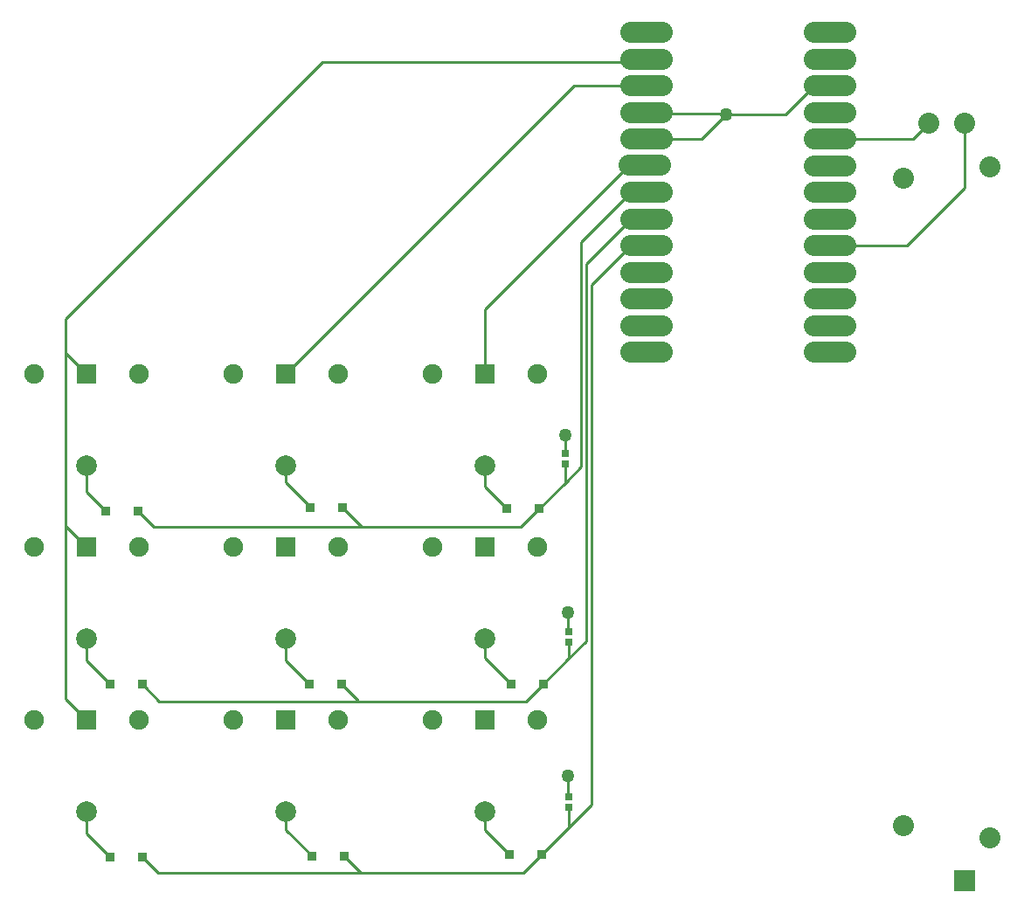
<source format=gtl>
G04*
G04 #@! TF.GenerationSoftware,Altium Limited,Altium Designer,24.6.1 (21)*
G04*
G04 Layer_Physical_Order=1*
G04 Layer_Color=255*
%FSLAX44Y44*%
%MOMM*%
G71*
G04*
G04 #@! TF.SameCoordinates,D23E63C9-285A-4218-ADB9-1EE4413D613B*
G04*
G04*
G04 #@! TF.FilePolarity,Positive*
G04*
G01*
G75*
%ADD13C,0.2540*%
%ADD15R,0.9000X0.9500*%
%ADD16R,0.6500X0.6500*%
%ADD17O,5.0800X2.0320*%
%ADD21C,2.0320*%
%ADD22R,2.0320X2.0320*%
%ADD27R,1.9000X1.9000*%
%ADD28C,2.0000*%
%ADD29C,1.9000*%
%ADD30C,1.2700*%
D13*
X876300Y850820D02*
Y868680D01*
X798830Y818890D02*
X819910Y797810D01*
X798830Y818890D02*
Y839470D01*
X896620Y1035050D02*
X939800Y1078230D01*
X901700Y510280D02*
Y1014307D01*
X877065Y823465D02*
X891540Y837940D01*
Y1055793D01*
X939800Y1104053D01*
X901700Y1014307D02*
X939800Y1052407D01*
X880110Y652520D02*
X896620Y669030D01*
X880875Y489455D02*
X901700Y510280D01*
X896620Y669030D02*
Y1035050D01*
X878840Y697230D02*
X879475Y696595D01*
Y678735D02*
Y696595D01*
Y518795D02*
Y537845D01*
Y518795D02*
X880110Y518160D01*
X878840Y538480D02*
X879475Y537845D01*
X605790Y928370D02*
X884767Y1207347D01*
X955040D01*
X798830Y991023D02*
X938530Y1130723D01*
X953770D01*
X798830Y928370D02*
Y991023D01*
X1090083Y1179830D02*
X1117600Y1207347D01*
X1032510Y1179830D02*
X1090083D01*
X1117600Y1207347D02*
X1132840D01*
X1031663Y1180677D02*
X1032510Y1179830D01*
X955040Y1181523D02*
X955887Y1180677D01*
X1031663D01*
X955040Y1155700D02*
X1008380D01*
X1032510Y1179830D01*
X1263269Y1108329D02*
Y1170940D01*
X1207347Y1052407D02*
X1263269Y1108329D01*
X1132840Y1052407D02*
X1207347D01*
X1213231Y1155700D02*
X1228471Y1170940D01*
X1132840Y1155700D02*
X1213231D01*
X641350Y1230630D02*
X952500D01*
X392430Y981710D02*
X641350Y1230630D01*
X952500D02*
X955040Y1233170D01*
X879475Y678735D02*
X880110Y678100D01*
X798830Y486150D02*
X822450Y462530D01*
X798830Y486150D02*
Y504190D01*
X412750Y482340D02*
X435100Y459990D01*
X605790Y486150D02*
X630680Y461260D01*
X605790Y486150D02*
Y504190D01*
X855220Y627630D02*
X880110Y652520D01*
X855220Y627130D02*
Y627380D01*
X880110Y652520D02*
Y668100D01*
X855220Y627380D02*
Y627630D01*
X675640Y610870D02*
X838710D01*
X483110D02*
X675640D01*
X853950Y462530D02*
X880875Y489455D01*
X880110Y490220D02*
X880875Y489455D01*
X880110Y490220D02*
Y508160D01*
X851410Y797810D02*
X877065Y823465D01*
X876300Y824230D02*
X877065Y823465D01*
X876300Y824230D02*
Y840820D01*
X853950Y462280D02*
Y462530D01*
Y462030D02*
Y462280D01*
X955040Y1181523D02*
X970280D01*
X679450Y779780D02*
X833630D01*
X478030D02*
X679450D01*
X660910Y798580D02*
X679450Y780040D01*
Y779780D02*
Y780040D01*
X660910Y798580D02*
Y798830D01*
X392430Y948690D02*
Y981710D01*
Y781050D02*
Y948690D01*
X412750Y928370D01*
X392430Y613410D02*
Y781050D01*
X412750Y760730D01*
X392430Y613410D02*
X412750Y593090D01*
X605790Y822700D02*
X629410Y799080D01*
X605790Y822700D02*
Y839470D01*
X629410Y798830D02*
Y799080D01*
X819910Y797560D02*
Y797810D01*
X798830Y652520D02*
X823720Y627630D01*
Y627380D02*
Y627630D01*
X798830Y652520D02*
Y671830D01*
X605790Y649980D02*
Y671830D01*
X628140Y627380D02*
Y627630D01*
X605790Y649980D02*
X628140Y627630D01*
X412750Y649980D02*
Y671830D01*
Y649980D02*
X435100Y627630D01*
Y627380D02*
Y627630D01*
X412750Y813810D02*
X431290Y795270D01*
X412750Y813810D02*
Y839470D01*
X431290Y795020D02*
Y795270D01*
X462790Y794770D02*
X466020Y791540D01*
X466270D01*
X462790Y794770D02*
Y795020D01*
X466270Y791540D02*
X478030Y779780D01*
X851410Y797310D02*
Y797560D01*
X848180Y794080D02*
X851410Y797310D01*
X847930Y794080D02*
X848180D01*
X833630Y779780D02*
X847930Y794080D01*
X659640Y627130D02*
X675640Y611130D01*
X659640Y627130D02*
Y627380D01*
X675640Y610870D02*
Y611130D01*
X470080Y623900D02*
X483110Y610870D01*
X466600Y627130D02*
Y627380D01*
Y627130D02*
X469830Y623900D01*
X470080D01*
X851990D02*
X855220Y627130D01*
X851740Y623900D02*
X851990D01*
X838710Y610870D02*
X851740Y623900D01*
X939800Y1104053D02*
X955040D01*
X851410Y797560D02*
Y797810D01*
X939800Y1078230D02*
X955040D01*
X939800Y1052407D02*
X955040D01*
X850720Y458800D02*
X853950Y462030D01*
X850470Y458800D02*
X850720D01*
X836170Y444500D02*
X850470Y458800D01*
X678180Y444500D02*
X836170D01*
X822450Y462280D02*
Y462530D01*
X412750Y482340D02*
Y504190D01*
X435100Y459740D02*
Y459990D01*
X630680Y461010D02*
Y461260D01*
X481840Y444500D02*
X678180D01*
Y444760D01*
X662180Y460760D02*
Y461010D01*
Y460760D02*
X678180Y444760D01*
X466600Y459490D02*
X469830Y456260D01*
X470080D01*
X481840Y444500D01*
X466600Y459490D02*
Y459740D01*
D15*
X853950Y462280D02*
D03*
X822450Y462280D02*
D03*
X662180Y461010D02*
D03*
X630680Y461010D02*
D03*
X466600Y459740D02*
D03*
X435100Y459740D02*
D03*
X855220Y627380D02*
D03*
X823720Y627380D02*
D03*
X659640Y627380D02*
D03*
X628140Y627380D02*
D03*
X466600Y627380D02*
D03*
X435100Y627380D02*
D03*
X462790Y795020D02*
D03*
X431290Y795020D02*
D03*
X660910Y798830D02*
D03*
X629410Y798830D02*
D03*
X851410Y797560D02*
D03*
X819910Y797560D02*
D03*
D16*
X876300Y850820D02*
D03*
Y840820D02*
D03*
X880110Y518160D02*
D03*
Y508160D02*
D03*
Y678100D02*
D03*
Y668100D02*
D03*
D17*
X1132840Y1258993D02*
D03*
X955040Y949113D02*
D03*
Y974937D02*
D03*
Y1000760D02*
D03*
Y1026583D02*
D03*
Y1052407D02*
D03*
Y1078230D02*
D03*
Y1104053D02*
D03*
X953770Y1130723D02*
D03*
X955040Y1155700D02*
D03*
Y1181523D02*
D03*
Y1207347D02*
D03*
Y1233170D02*
D03*
Y1258993D02*
D03*
X1132840Y949113D02*
D03*
Y974937D02*
D03*
Y1000760D02*
D03*
Y1026583D02*
D03*
Y1052407D02*
D03*
Y1078230D02*
D03*
Y1104053D02*
D03*
Y1129877D02*
D03*
Y1155700D02*
D03*
Y1181523D02*
D03*
Y1207347D02*
D03*
Y1233170D02*
D03*
D21*
X1203960Y1117600D02*
D03*
Y490220D02*
D03*
X1287780Y1129030D02*
D03*
Y478790D02*
D03*
X1228471Y1170940D02*
D03*
X1263269D02*
D03*
D22*
Y436880D02*
D03*
D27*
X605790Y760730D02*
D03*
X412750Y593090D02*
D03*
X605790D02*
D03*
X798830D02*
D03*
X412750Y760730D02*
D03*
X798830D02*
D03*
X412750Y928370D02*
D03*
X605790D02*
D03*
X798830D02*
D03*
D28*
X412750Y504190D02*
D03*
X605790D02*
D03*
X798830D02*
D03*
X412750Y671830D02*
D03*
X605790D02*
D03*
X798830D02*
D03*
X412750Y839470D02*
D03*
X605790D02*
D03*
X798830D02*
D03*
D29*
X463550Y593090D02*
D03*
X361950D02*
D03*
X656590D02*
D03*
X554990D02*
D03*
X849630D02*
D03*
X748030D02*
D03*
X463550Y760730D02*
D03*
X361950D02*
D03*
X656590D02*
D03*
X554990D02*
D03*
X849630D02*
D03*
X748030D02*
D03*
X463550Y928370D02*
D03*
X361950D02*
D03*
X656590D02*
D03*
X554990D02*
D03*
X849630D02*
D03*
X748030D02*
D03*
D30*
X876300Y868680D02*
D03*
X878840Y697230D02*
D03*
Y538480D02*
D03*
X1032510Y1179830D02*
D03*
M02*

</source>
